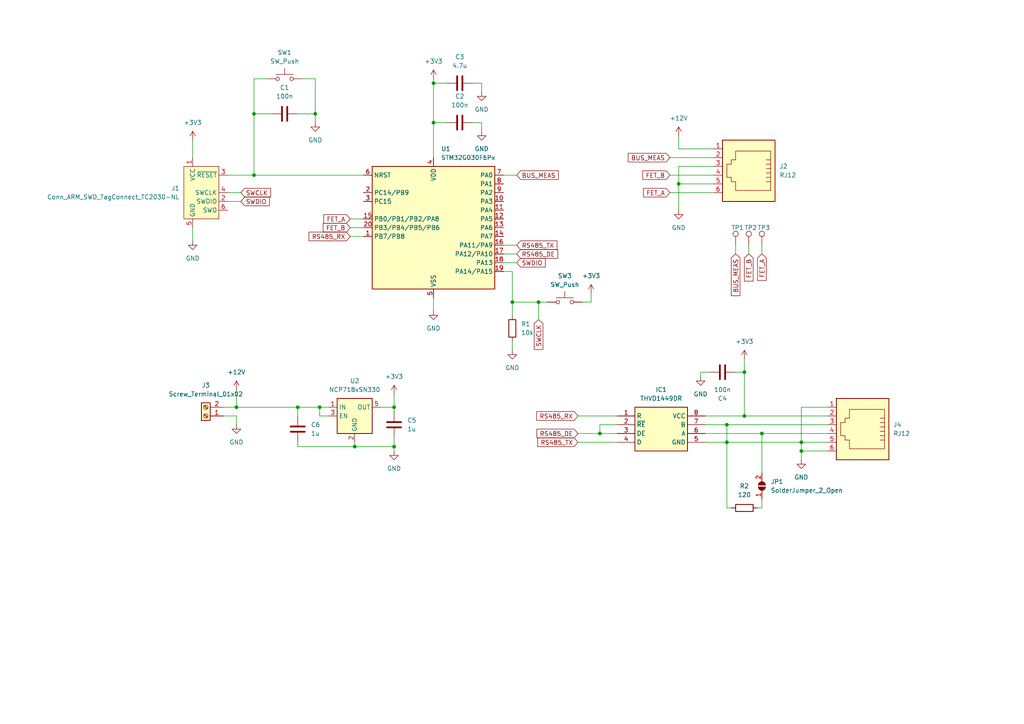
<source format=kicad_sch>
(kicad_sch (version 20230121) (generator eeschema)
  (paper "A4")
  (lib_symbols
    (symbol "Connector:Conn_ARM_SWD_TagConnect_TC2030-NL" (in_bom no)
      (property "Reference" "J" (at 2.54 11.43 0))
      (property "Value" "Conn_ARM_SWD_TagConnect_TC2030-NL" (at 2.54 8.89 0))
      (symbol "Conn_ARM_SWD_TagConnect_TC2030-NL_0_0"
        (pin power_in line (at -2.54 10.16 270) (length 2.54) (name "VCC") (number "1"))
        (pin bidirectional line (at 7.62 -2.54 180) (length 2.54) (name "SWDIO") (number "2"))
        (pin open_collector line (at 7.62 5.08 180) (length 2.54) (name "~{RESET}") (number "3"))
        (pin output line (at 7.62 0 180) (length 2.54) (name "SWCLK") (number "4"))
        (pin power_in line (at -2.54 -10.16 90) (length 2.54) (name "GND") (number "5"))
        (pin input line (at 7.62 -5.08 180) (length 2.54) (name "SWO") (number "6"))
      )
      (symbol "Conn_ARM_SWD_TagConnect_TC2030-NL_0_1"
        (rectangle (start -5.08 7.62) (end 5.08 -7.62) (fill (type background)))
      )
    )
    (symbol "Connector:RJ12" (pin_names (offset 1.016))
      (property "Reference" "J" (at -5.08 11.43 0))
      (property "Value" "RJ12" (at 2.54 11.43 0))
      (symbol "RJ12_0_1"
        (polyline (pts (xy -6.35 -1.905) (xy -5.08 -1.905) (xy -5.08 -1.905)))
        (polyline (pts (xy -6.35 -0.635) (xy -5.08 -0.635) (xy -5.08 -0.635)))
        (polyline (pts (xy -6.35 0.635) (xy -5.08 0.635) (xy -5.08 0.635)))
        (polyline (pts (xy -6.35 1.905) (xy -5.08 1.905) (xy -5.08 1.905)))
        (polyline (pts (xy -6.35 3.175) (xy -5.08 3.175) (xy -5.08 3.175)))
        (polyline (pts (xy -5.08 4.445) (xy -6.35 4.445) (xy -6.35 4.445)))
        (polyline (pts (xy -6.35 -4.445) (xy -6.35 6.985) (xy 3.81 6.985) (xy 3.81 4.445) (xy 5.08 4.445) (xy 5.08 3.175) (xy 6.35 3.175) (xy 6.35 -0.635) (xy 5.08 -0.635) (xy 5.08 -1.905) (xy 3.81 -1.905) (xy 3.81 -4.445) (xy -6.35 -4.445) (xy -6.35 -4.445)))
        (rectangle (start 7.62 10.16) (end -7.62 -7.62) (stroke (width 0.254)) (fill (type background)))
      )
      (symbol "RJ12_1_1"
        (pin passive line (at 10.16 -5.08 180) (length 2.54) (name "~") (number "1"))
        (pin passive line (at 10.16 -2.54 180) (length 2.54) (name "~") (number "2"))
        (pin passive line (at 10.16 0 180) (length 2.54) (name "~") (number "3"))
        (pin passive line (at 10.16 2.54 180) (length 2.54) (name "~") (number "4"))
        (pin passive line (at 10.16 5.08 180) (length 2.54) (name "~") (number "5"))
        (pin passive line (at 10.16 7.62 180) (length 2.54) (name "~") (number "6"))
      )
    )
    (symbol "Connector:Screw_Terminal_01x02" (pin_names (offset 1.016) hide)
      (property "Reference" "J" (at 0 2.54 0))
      (property "Value" "Screw_Terminal_01x02" (at 0 -5.08 0))
      (symbol "Screw_Terminal_01x02_1_1"
        (rectangle (start -1.27 1.27) (end 1.27 -3.81) (stroke (width 0.254)) (fill (type background)))
        (circle (center 0 -2.54) (radius 0.635) (stroke (width 0.1524)))
        (polyline (pts (xy -0.5334 -2.2098) (xy 0.3302 -3.048)) (stroke (width 0.1524)))
        (polyline (pts (xy -0.5334 0.3302) (xy 0.3302 -0.508)) (stroke (width 0.1524)))
        (polyline (pts (xy -0.3556 -2.032) (xy 0.508 -2.8702)) (stroke (width 0.1524)))
        (polyline (pts (xy -0.3556 0.508) (xy 0.508 -0.3302)) (stroke (width 0.1524)))
        (circle (center 0 0) (radius 0.635) (stroke (width 0.1524)))
        (pin passive line (at -5.08 0 0) (length 3.81) (name "Pin_1") (number "1"))
        (pin passive line (at -5.08 -2.54 0) (length 3.81) (name "Pin_2") (number "2"))
      )
    )
    (symbol "Connector:TestPoint" (pin_numbers hide) (pin_names (offset 0.762) hide)
      (property "Reference" "TP" (at 0 6.858 0))
      (property "Value" "TestPoint" (at 0 5.08 0))
      (symbol "TestPoint_0_1"
        (circle (center 0 3.302) (radius 0.762))
      )
      (symbol "TestPoint_1_1"
        (pin passive line (at 0 0 90) (length 2.54) (name "1") (number "1"))
      )
    )
    (symbol "Device:C" (pin_numbers hide) (pin_names (offset 0.254))
      (property "Reference" "C" (at 0.635 2.54 0))
      (property "Value" "C" (at 0.635 -2.54 0))
      (symbol "C_0_1"
        (polyline (pts (xy -2.032 -0.762) (xy 2.032 -0.762)) (stroke (width 0.508)))
        (polyline (pts (xy -2.032 0.762) (xy 2.032 0.762)) (stroke (width 0.508)))
      )
      (symbol "C_1_1"
        (pin passive line (at 0 3.81 270) (length 2.794) (name "~") (number "1"))
        (pin passive line (at 0 -3.81 90) (length 2.794) (name "~") (number "2"))
      )
    )
    (symbol "Device:R" (pin_numbers hide) (pin_names (offset 0))
      (property "Reference" "R" (at 2.032 0 90))
      (property "Value" "R" (at 0 0 90))
      (symbol "R_0_1"
        (rectangle (start -1.016 -2.54) (end 1.016 2.54) (stroke (width 0.254)))
      )
      (symbol "R_1_1"
        (pin passive line (at 0 3.81 270) (length 1.27) (name "~") (number "1"))
        (pin passive line (at 0 -3.81 90) (length 1.27) (name "~") (number "2"))
      )
    )
    (symbol "Jumper:SolderJumper_2_Open" (pin_names (offset 0) hide)
      (property "Reference" "JP" (at 0 2.032 0))
      (property "Value" "SolderJumper_2_Open" (at 0 -2.54 0))
      (symbol "SolderJumper_2_Open_0_1"
        (arc (start -0.254 1.016) (mid -1.2656 0) (end -0.254 -1.016))
        (arc (start -0.254 1.016) (mid -1.2656 0) (end -0.254 -1.016) (fill (type outline)))
        (polyline (pts (xy -0.254 1.016) (xy -0.254 -1.016)))
        (polyline (pts (xy 0.254 1.016) (xy 0.254 -1.016)))
        (arc (start 0.254 -1.016) (mid 1.2656 0) (end 0.254 1.016))
        (arc (start 0.254 -1.016) (mid 1.2656 0) (end 0.254 1.016) (fill (type outline)))
      )
      (symbol "SolderJumper_2_Open_1_1"
        (pin passive line (at -3.81 0 0) (length 2.54) (name "A") (number "1"))
        (pin passive line (at 3.81 0 180) (length 2.54) (name "B") (number "2"))
      )
    )
    (symbol "MCU_ST_STM32G0:STM32G030F6Px"
      (property "Reference" "U" (at -17.78 19.05 0))
      (property "Value" "STM32G030F6Px" (at 2.54 19.05 0))
      (symbol "STM32G030F6Px_0_1"
        (rectangle (start -17.78 -17.78) (end 17.78 17.78) (stroke (width 0.254)) (fill (type background)))
      )
      (symbol "STM32G030F6Px_1_1"
        (pin bidirectional line (at -20.32 -2.54 0) (length 2.54) (name "PB7/PB8") (number "1"))
        (pin bidirectional line (at 20.32 7.62 180) (length 2.54) (name "PA3") (number "10"))
        (pin bidirectional line (at 20.32 5.08 180) (length 2.54) (name "PA4") (number "11"))
        (pin bidirectional line (at 20.32 2.54 180) (length 2.54) (name "PA5") (number "12"))
        (pin bidirectional line (at 20.32 0 180) (length 2.54) (name "PA6") (number "13"))
        (pin bidirectional line (at 20.32 -2.54 180) (length 2.54) (name "PA7") (number "14"))
        (pin bidirectional line (at -20.32 2.54 0) (length 2.54) (name "PB0/PB1/PB2/PA8") (number "15"))
        (pin bidirectional line (at 20.32 -5.08 180) (length 2.54) (name "PA11/PA9") (number "16"))
        (pin bidirectional line (at 20.32 -7.62 180) (length 2.54) (name "PA12/PA10") (number "17"))
        (pin bidirectional line (at 20.32 -10.16 180) (length 2.54) (name "PA13") (number "18"))
        (pin bidirectional line (at 20.32 -12.7 180) (length 2.54) (name "PA14/PA15") (number "19"))
        (pin bidirectional line (at -20.32 10.16 0) (length 2.54) (name "PC14/PB9") (number "2"))
        (pin bidirectional line (at -20.32 0 0) (length 2.54) (name "PB3/PB4/PB5/PB6") (number "20"))
        (pin bidirectional line (at -20.32 7.62 0) (length 2.54) (name "PC15") (number "3"))
        (pin power_in line (at 0 20.32 270) (length 2.54) (name "VDD") (number "4"))
        (pin power_in line (at 0 -20.32 90) (length 2.54) (name "VSS") (number "5"))
        (pin input line (at -20.32 15.24 0) (length 2.54) (name "NRST") (number "6"))
        (pin bidirectional line (at 20.32 15.24 180) (length 2.54) (name "PA0") (number "7"))
        (pin bidirectional line (at 20.32 12.7 180) (length 2.54) (name "PA1") (number "8"))
        (pin bidirectional line (at 20.32 10.16 180) (length 2.54) (name "PA2") (number "9"))
      )
    )
    (symbol "Regulator_Linear:NCP718xSN330"
      (property "Reference" "U" (at -3.81 6.35 0))
      (property "Value" "NCP718xSN330" (at 6.35 6.35 0))
      (symbol "NCP718xSN330_0_1"
        (rectangle (start -5.08 -5.08) (end 5.08 5.08) (stroke (width 0.254)) (fill (type background)))
        (pin power_in line (at -7.62 2.54 0) (length 2.54) (name "IN") (number "1"))
        (pin power_in line (at 0 -7.62 90) (length 2.54) (name "GND") (number "2"))
        (pin input line (at -7.62 0 0) (length 2.54) (name "EN") (number "3"))
        (pin no_connect line (at 5.08 0 180) (length 2.54) hide (name "NC") (number "4"))
        (pin power_out line (at 7.62 2.54 180) (length 2.54) (name "OUT") (number "5"))
      )
    )
    (symbol "Switch:SW_Push" (pin_numbers hide) (pin_names (offset 1.016) hide)
      (property "Reference" "SW" (at 1.27 2.54 0))
      (property "Value" "SW_Push" (at 0 -1.524 0))
      (symbol "SW_Push_0_1"
        (circle (center -2.032 0) (radius 0.508))
        (polyline (pts (xy 0 1.27) (xy 0 3.048)))
        (polyline (pts (xy 2.54 1.27) (xy -2.54 1.27)))
        (circle (center 2.032 0) (radius 0.508))
        (pin passive line (at -5.08 0 0) (length 2.54) (name "1") (number "1"))
        (pin passive line (at 5.08 0 180) (length 2.54) (name "2") (number "2"))
      )
    )
    (symbol "custom:THVD1449DR"
      (property "Reference" "IC" (at 21.59 7.62 0))
      (property "Value" "THVD1449DR" (at 21.59 5.08 0))
      (symbol "THVD1449DR_1_1"
        (rectangle (start 5.08 2.54) (end 20.32 -10.16) (stroke (width 0.254)) (fill (type background)))
        (pin passive line (at 0 0 0) (length 5.08) (name "R") (number "1"))
        (pin passive line (at 0 -2.54 0) (length 5.08) (name "~{RE}") (number "2"))
        (pin passive line (at 0 -5.08 0) (length 5.08) (name "DE") (number "3"))
        (pin passive line (at 0 -7.62 0) (length 5.08) (name "D") (number "4"))
        (pin passive line (at 25.4 -7.62 180) (length 5.08) (name "GND") (number "5"))
        (pin passive line (at 25.4 -5.08 180) (length 5.08) (name "A") (number "6"))
        (pin passive line (at 25.4 -2.54 180) (length 5.08) (name "B") (number "7"))
        (pin passive line (at 25.4 0 180) (length 5.08) (name "VCC") (number "8"))
      )
    )
    (symbol "power:+12V" (power) (pin_names (offset 0))
      (property "Value" "+12V" (at 0 3.556 0))
      (symbol "+12V_0_1"
        (polyline (pts (xy -0.762 1.27) (xy 0 2.54)))
        (polyline (pts (xy 0 0) (xy 0 2.54)))
        (polyline (pts (xy 0 2.54) (xy 0.762 1.27)))
      )
      (symbol "+12V_1_1"
        (pin power_in line (at 0 0 90) (length 0) hide (name "+12V") (number "1"))
      )
    )
    (symbol "power:+3V3" (power) (pin_names (offset 0))
      (property "Value" "+3V3" (at 0 3.556 0))
      (symbol "+3V3_0_1"
        (polyline (pts (xy -0.762 1.27) (xy 0 2.54)))
        (polyline (pts (xy 0 0) (xy 0 2.54)))
        (polyline (pts (xy 0 2.54) (xy 0.762 1.27)))
      )
      (symbol "+3V3_1_1"
        (pin power_in line (at 0 0 90) (length 0) hide (name "+3V3") (number "1"))
      )
    )
    (symbol "power:GND" (power) (pin_names (offset 0))
      (property "Value" "GND" (at 0 -3.81 0))
      (symbol "GND_0_1"
        (polyline (pts (xy 0 0) (xy 0 -1.27) (xy 1.27 -1.27) (xy 0 -2.54) (xy -1.27 -1.27) (xy 0 -1.27)))
      )
      (symbol "GND_1_1"
        (pin power_in line (at 0 0 270) (length 0) hide (name "GND") (number "1"))
      )
    )
  )
  (junction (at 210.82 123.19))
  (junction (at 196.85 53.34))
  (junction (at 148.59 87.63))
  (junction (at 125.73 24.13))
  (junction (at 68.58 118.11))
  (junction (at 73.66 33.02))
  (junction (at 114.3 129.54))
  (junction (at 156.21 87.63))
  (junction (at 125.73 35.56))
  (junction (at 215.9 120.65))
  (junction (at 73.66 50.8))
  (junction (at 114.3 118.11))
  (junction (at 215.9 107.95))
  (junction (at 86.36 118.11))
  (junction (at 102.87 129.54))
  (junction (at 173.99 125.73))
  (junction (at 220.98 125.73))
  (junction (at 210.82 128.27))
  (junction (at 92.71 118.11))
  (junction (at 232.41 128.27))
  (junction (at 232.41 130.81))
  (junction (at 91.44 33.02))
  (wire (pts (xy 213.36 71.12) (xy 213.36 73.66)))
  (wire (pts (xy 210.82 128.27) (xy 210.82 123.19)))
  (wire (pts (xy 114.3 129.54) (xy 114.3 130.81)))
  (wire (pts (xy 215.9 104.14) (xy 215.9 107.95)))
  (wire (pts (xy 173.99 125.73) (xy 179.07 125.73)))
  (wire (pts (xy 167.64 125.73) (xy 173.99 125.73)))
  (wire (pts (xy 196.85 43.18) (xy 196.85 39.37)))
  (wire (pts (xy 92.71 118.11) (xy 86.36 118.11)))
  (wire (pts (xy 148.59 78.74) (xy 146.05 78.74)))
  (wire (pts (xy 219.71 147.32) (xy 220.98 147.32)))
  (wire (pts (xy 91.44 22.86) (xy 91.44 33.02)))
  (wire (pts (xy 215.9 107.95) (xy 215.9 120.65)))
  (wire (pts (xy 139.7 24.13) (xy 137.16 24.13)))
  (wire (pts (xy 86.36 129.54) (xy 102.87 129.54)))
  (wire (pts (xy 204.47 125.73) (xy 220.98 125.73)))
  (wire (pts (xy 125.73 24.13) (xy 125.73 35.56)))
  (wire (pts (xy 148.59 99.06) (xy 148.59 101.6)))
  (wire (pts (xy 179.07 123.19) (xy 173.99 123.19)))
  (wire (pts (xy 55.88 40.64) (xy 55.88 45.72)))
  (wire (pts (xy 66.04 58.42) (xy 69.85 58.42)))
  (wire (pts (xy 146.05 71.12) (xy 149.86 71.12)))
  (wire (pts (xy 87.63 22.86) (xy 91.44 22.86)))
  (wire (pts (xy 240.03 118.11) (xy 232.41 118.11)))
  (wire (pts (xy 95.25 118.11) (xy 92.71 118.11)))
  (wire (pts (xy 168.91 87.63) (xy 171.45 87.63)))
  (wire (pts (xy 203.2 107.95) (xy 203.2 109.22)))
  (wire (pts (xy 210.82 128.27) (xy 210.82 147.32)))
  (wire (pts (xy 139.7 38.1) (xy 139.7 35.56)))
  (wire (pts (xy 194.31 55.88) (xy 207.01 55.88)))
  (wire (pts (xy 196.85 48.26) (xy 196.85 53.34)))
  (wire (pts (xy 205.74 107.95) (xy 203.2 107.95)))
  (wire (pts (xy 204.47 128.27) (xy 210.82 128.27)))
  (wire (pts (xy 196.85 53.34) (xy 196.85 60.96)))
  (wire (pts (xy 146.05 50.8) (xy 149.86 50.8)))
  (wire (pts (xy 110.49 118.11) (xy 114.3 118.11)))
  (wire (pts (xy 148.59 87.63) (xy 148.59 91.44)))
  (wire (pts (xy 66.04 55.88) (xy 69.85 55.88)))
  (wire (pts (xy 73.66 33.02) (xy 73.66 50.8)))
  (wire (pts (xy 73.66 33.02) (xy 78.74 33.02)))
  (wire (pts (xy 207.01 43.18) (xy 196.85 43.18)))
  (wire (pts (xy 68.58 113.03) (xy 68.58 118.11)))
  (wire (pts (xy 232.41 128.27) (xy 232.41 130.81)))
  (wire (pts (xy 55.88 66.04) (xy 55.88 69.85)))
  (wire (pts (xy 148.59 87.63) (xy 148.59 78.74)))
  (wire (pts (xy 92.71 118.11) (xy 92.71 120.65)))
  (wire (pts (xy 220.98 125.73) (xy 240.03 125.73)))
  (wire (pts (xy 156.21 87.63) (xy 156.21 92.71)))
  (wire (pts (xy 220.98 125.73) (xy 220.98 137.16)))
  (wire (pts (xy 102.87 129.54) (xy 114.3 129.54)))
  (wire (pts (xy 64.77 118.11) (xy 68.58 118.11)))
  (wire (pts (xy 101.6 63.5) (xy 105.41 63.5)))
  (wire (pts (xy 204.47 123.19) (xy 210.82 123.19)))
  (wire (pts (xy 114.3 118.11) (xy 114.3 119.38)))
  (wire (pts (xy 73.66 22.86) (xy 73.66 33.02)))
  (wire (pts (xy 125.73 35.56) (xy 125.73 45.72)))
  (wire (pts (xy 215.9 107.95) (xy 213.36 107.95)))
  (wire (pts (xy 86.36 118.11) (xy 86.36 120.65)))
  (wire (pts (xy 194.31 50.8) (xy 207.01 50.8)))
  (wire (pts (xy 232.41 128.27) (xy 240.03 128.27)))
  (wire (pts (xy 232.41 130.81) (xy 232.41 133.35)))
  (wire (pts (xy 156.21 87.63) (xy 158.75 87.63)))
  (wire (pts (xy 220.98 71.12) (xy 220.98 73.66)))
  (wire (pts (xy 91.44 33.02) (xy 91.44 35.56)))
  (wire (pts (xy 125.73 22.86) (xy 125.73 24.13)))
  (wire (pts (xy 68.58 120.65) (xy 68.58 123.19)))
  (wire (pts (xy 204.47 120.65) (xy 215.9 120.65)))
  (wire (pts (xy 125.73 86.36) (xy 125.73 90.17)))
  (wire (pts (xy 102.87 128.27) (xy 102.87 129.54)))
  (wire (pts (xy 114.3 114.3) (xy 114.3 118.11)))
  (wire (pts (xy 196.85 53.34) (xy 207.01 53.34)))
  (wire (pts (xy 114.3 127) (xy 114.3 129.54)))
  (wire (pts (xy 171.45 85.09) (xy 171.45 87.63)))
  (wire (pts (xy 101.6 68.58) (xy 105.41 68.58)))
  (wire (pts (xy 194.31 45.72) (xy 207.01 45.72)))
  (wire (pts (xy 207.01 48.26) (xy 196.85 48.26)))
  (wire (pts (xy 217.17 71.12) (xy 217.17 73.66)))
  (wire (pts (xy 167.64 128.27) (xy 179.07 128.27)))
  (wire (pts (xy 210.82 128.27) (xy 232.41 128.27)))
  (wire (pts (xy 139.7 26.67) (xy 139.7 24.13)))
  (wire (pts (xy 146.05 73.66) (xy 149.86 73.66)))
  (wire (pts (xy 210.82 123.19) (xy 240.03 123.19)))
  (wire (pts (xy 101.6 66.04) (xy 105.41 66.04)))
  (wire (pts (xy 77.47 22.86) (xy 73.66 22.86)))
  (wire (pts (xy 215.9 120.65) (xy 240.03 120.65)))
  (wire (pts (xy 146.05 76.2) (xy 149.86 76.2)))
  (wire (pts (xy 148.59 87.63) (xy 156.21 87.63)))
  (wire (pts (xy 173.99 123.19) (xy 173.99 125.73)))
  (wire (pts (xy 86.36 128.27) (xy 86.36 129.54)))
  (wire (pts (xy 220.98 144.78) (xy 220.98 147.32)))
  (wire (pts (xy 125.73 35.56) (xy 129.54 35.56)))
  (wire (pts (xy 73.66 50.8) (xy 105.41 50.8)))
  (wire (pts (xy 66.04 50.8) (xy 73.66 50.8)))
  (wire (pts (xy 68.58 118.11) (xy 86.36 118.11)))
  (wire (pts (xy 95.25 120.65) (xy 92.71 120.65)))
  (wire (pts (xy 86.36 33.02) (xy 91.44 33.02)))
  (wire (pts (xy 212.09 147.32) (xy 210.82 147.32)))
  (wire (pts (xy 139.7 35.56) (xy 137.16 35.56)))
  (wire (pts (xy 64.77 120.65) (xy 68.58 120.65)))
  (wire (pts (xy 232.41 118.11) (xy 232.41 128.27)))
  (wire (pts (xy 167.64 120.65) (xy 179.07 120.65)))
  (wire (pts (xy 232.41 130.81) (xy 240.03 130.81)))
  (wire (pts (xy 125.73 24.13) (xy 129.54 24.13)))
  (global_label "SWDIO" (shape input) (at 149.86 76.2 0) (property "Intersheetrefs" "${INTERSHEET_REFS}" (effects hide)))
  (global_label "RS485_TX" (shape input) (at 149.86 71.12 0) (property "Intersheetrefs" "${INTERSHEET_REFS}" (effects hide)))
  (global_label "BUS_MEAS" (shape input) (at 213.36 73.66 270) (property "Intersheetrefs" "${INTERSHEET_REFS}" (effects hide)))
  (global_label "SWCLK" (shape input) (at 156.21 92.71 270) (property "Intersheetrefs" "${INTERSHEET_REFS}" (effects hide)))
  (global_label "FET_A" (shape input) (at 101.6 63.5 180) (property "Intersheetrefs" "${INTERSHEET_REFS}" (effects hide)))
  (global_label "FET_B" (shape input) (at 194.31 50.8 180) (property "Intersheetrefs" "${INTERSHEET_REFS}" (effects hide)))
  (global_label "BUS_MEAS" (shape input) (at 194.31 45.72 180) (property "Intersheetrefs" "${INTERSHEET_REFS}" (effects hide)))
  (global_label "RS485_DE" (shape input) (at 149.86 73.66 0) (property "Intersheetrefs" "${INTERSHEET_REFS}" (effects hide)))
  (global_label "FET_B" (shape input) (at 217.17 73.66 270) (property "Intersheetrefs" "${INTERSHEET_REFS}" (effects hide)))
  (global_label "FET_A" (shape input) (at 220.98 73.66 270) (property "Intersheetrefs" "${INTERSHEET_REFS}" (effects hide)))
  (global_label "SWCLK" (shape input) (at 69.85 55.88 0) (property "Intersheetrefs" "${INTERSHEET_REFS}" (effects hide)))
  (global_label "FET_B" (shape input) (at 101.6 66.04 180) (property "Intersheetrefs" "${INTERSHEET_REFS}" (effects hide)))
  (global_label "RS485_TX" (shape input) (at 167.64 128.27 180) (property "Intersheetrefs" "${INTERSHEET_REFS}" (effects hide)))
  (global_label "RS485_RX" (shape input) (at 101.6 68.58 180) (property "Intersheetrefs" "${INTERSHEET_REFS}" (effects hide)))
  (global_label "BUS_MEAS" (shape input) (at 149.86 50.8 0) (property "Intersheetrefs" "${INTERSHEET_REFS}" (effects hide)))
  (global_label "SWDIO" (shape input) (at 69.85 58.42 0) (property "Intersheetrefs" "${INTERSHEET_REFS}" (effects hide)))
  (global_label "RS485_RX" (shape input) (at 167.64 120.65 180) (property "Intersheetrefs" "${INTERSHEET_REFS}" (effects hide)))
  (global_label "RS485_DE" (shape input) (at 167.64 125.73 180) (property "Intersheetrefs" "${INTERSHEET_REFS}" (effects hide)))
  (global_label "FET_A" (shape input) (at 194.31 55.88 180) (property "Intersheetrefs" "${INTERSHEET_REFS}" (effects hide)))
  (symbol (lib_id "custom:THVD1449DR") (at 179.07 120.65 0) (unit 1)
    (property "Reference" "IC1" (at 191.77 113.03 0))
    (property "Value" "THVD1449DR" (at 191.77 115.57 0))
    (property "Footprint" "Package_SO:SOIC-8_3.9x4.9mm_P1.27mm" (effects hide))
    (property "Datasheet" "https://www.ti.com.cn/cn/lit/ds/symlink/thvd1449.pdf?ts=1647568007054&ref_url=https%253A%252F%252Fwww.ti.com.cn%252Fproduct%252Fcn%252FTHVD1449" (effects hide))
    (property "Height" "1.75" (effects hide))
    (property "Mouser Part Number" "595-THVD1449DR" (effects hide))
    (property "Mouser Price/Stock" "https://www.mouser.co.uk/ProductDetail/Texas-Instruments/THVD1449DR?qs=doiCPypUmgHdnCYmh3JL1A%3D%3D" (effects hide))
    (property "Manufacturer_Name" "Texas Instruments" (effects hide))
    (property "Manufacturer_Part_Number" "THVD1449DR" (effects hide))
  )
  (symbol (lib_id "Jumper:SolderJumper_2_Open") (at 220.98 140.97 90) (unit 1)
    (property "Reference" "JP1" (at 223.52 139.7 90) (effects (justify right)))
    (property "Value" "SolderJumper_2_Open" (at 223.52 142.24 90) (effects (justify right)))
    (property "Footprint" "Jumper:SolderJumper-2_P1.3mm_Open_TrianglePad1.0x1.5mm" (effects hide))
  )
  (symbol (lib_id "Connector:RJ12") (at 250.19 123.19 180) (unit 1)
    (property "Reference" "J4" (at 259.08 123.19 0) (effects (justify right)))
    (property "Value" "RJ12" (at 259.08 125.73 0) (effects (justify right)))
    (property "Footprint" "Connector_RJ:RJ12_Amphenol_54601" (effects hide))
    (property "Datasheet" "https://cdn.amphenol-cs.com/media/wysiwyg/files/documentation/datasheet/inputoutput/io_modularjack.pdf" (effects hide))
    (property "MPN" "54601-906WPLF " (effects hide))
  )
  (symbol (lib_id "Device:C") (at 86.36 124.46 0) (unit 1)
    (property "Reference" "C6" (at 90.17 123.19 0) (effects (justify left)))
    (property "Value" "1u" (at 90.17 125.73 0) (effects (justify left)))
    (property "Footprint" "Capacitor_SMD:C_0805_2012Metric" (effects hide))
  )
  (symbol (lib_id "power:GND") (at 68.58 123.19 0) (unit 1)
    (property "Reference" "#PWR015" (effects hide))
    (property "Value" "GND" (at 68.58 128.27 0))
  )
  (symbol (lib_id "power:GND") (at 114.3 130.81 0) (unit 1)
    (property "Reference" "#PWR018" (effects hide))
    (property "Value" "GND" (at 114.3 135.89 0))
  )
  (symbol (lib_id "power:+3V3") (at 125.73 22.86 0) (unit 1)
    (property "Reference" "#PWR06" (effects hide))
    (property "Value" "+3V3" (at 125.73 17.78 0))
  )
  (symbol (lib_id "power:+3V3") (at 55.88 40.64 0) (unit 1)
    (property "Reference" "#PWR07" (effects hide))
    (property "Value" "+3V3" (at 55.88 35.56 0))
  )
  (symbol (lib_id "power:+3V3") (at 114.3 114.3 0) (unit 1)
    (property "Reference" "#PWR017" (effects hide))
    (property "Value" "+3V3" (at 114.3 109.22 0))
  )
  (symbol (lib_id "Connector:TestPoint") (at 213.36 71.12 0) (unit 1)
    (property "Reference" "TP1" (at 212.09 66.04 0) (effects (justify left)))
    (property "Value" "TestPoint" (effects hide))
  )
  (symbol (lib_id "MCU_ST_STM32G0:STM32G030F6Px") (at 125.73 66.04 0) (unit 1)
    (property "Reference" "U1" (at 127.9241 43.18 0) (effects (justify left)))
    (property "Value" "STM32G030F6Px" (at 127.9241 45.72 0) (effects (justify left)))
    (property "Footprint" "Package_SO:TSSOP-20_4.4x6.5mm_P0.65mm" (effects hide))
    (property "Datasheet" "https://www.st.com/resource/en/datasheet/stm32g030f6.pdf" (effects hide))
  )
  (symbol (lib_id "Switch:SW_Push") (at 163.83 87.63 0) (unit 1)
    (property "Reference" "SW3" (at 163.83 80.01 0))
    (property "Value" "SW_Push" (at 163.83 82.55 0))
    (property "Footprint" "Button_Switch_THT:SW_PUSH_6mm" (effects hide))
    (property "Datasheet" "https://nl.mouser.com/datasheet/2/670/ts02-2586188.pdf" (effects hide))
    (property "MPN" "TS02-66-60-BK-160-SCR-D" (effects hide))
  )
  (symbol (lib_id "power:GND") (at 196.85 60.96 0) (unit 1)
    (property "Reference" "#PWR011" (effects hide))
    (property "Value" "GND" (at 196.85 66.04 0))
  )
  (symbol (lib_id "power:+12V") (at 196.85 39.37 0) (unit 1)
    (property "Reference" "#PWR010" (effects hide))
    (property "Value" "+12V" (at 196.85 34.29 0))
  )
  (symbol (lib_id "power:+3V3") (at 215.9 104.14 0) (unit 1)
    (property "Reference" "#PWR012" (effects hide))
    (property "Value" "+3V3" (at 215.9 99.06 0))
  )
  (symbol (lib_id "Connector:RJ12") (at 217.17 48.26 180) (unit 1)
    (property "Reference" "J2" (at 226.06 48.26 0) (effects (justify right)))
    (property "Value" "RJ12" (at 226.06 50.8 0) (effects (justify right)))
    (property "Footprint" "Connector_RJ:RJ12_Amphenol_54601" (effects hide))
    (property "Datasheet" "https://cdn.amphenol-cs.com/media/wysiwyg/files/documentation/datasheet/inputoutput/io_modularjack.pdf" (effects hide))
    (property "MPN" "54601-906WPLF " (effects hide))
  )
  (symbol (lib_id "Device:C") (at 209.55 107.95 90) (unit 1)
    (property "Reference" "C4" (at 209.55 115.57 90))
    (property "Value" "100n" (at 209.55 113.03 90))
    (property "Footprint" "Capacitor_SMD:C_0805_2012Metric" (effects hide))
  )
  (symbol (lib_id "power:GND") (at 91.44 35.56 0) (unit 1)
    (property "Reference" "#PWR03" (effects hide))
    (property "Value" "GND" (at 91.44 40.64 0))
  )
  (symbol (lib_id "power:GND") (at 139.7 38.1 0) (unit 1)
    (property "Reference" "#PWR09" (effects hide))
    (property "Value" "GND" (at 139.7 43.18 0))
  )
  (symbol (lib_id "Connector:Screw_Terminal_01x02") (at 59.69 120.65 180) (unit 1)
    (property "Reference" "J3" (at 59.69 111.76 0))
    (property "Value" "Screw_Terminal_01x02" (at 59.69 114.3 0))
    (property "Footprint" "Connector_Phoenix_MSTB:PhoenixContact_MSTBVA_2,5_2-G_1x02_P5.00mm_Vertical" (effects hide))
    (property "Datasheet" "https://nl.mouser.com/datasheet/2/670/tb007_508-2306759.pdf" (effects hide))
    (property "MPN" "TB007-508-02BE " (effects hide))
  )
  (symbol (lib_id "power:+3V3") (at 171.45 85.09 0) (unit 1)
    (property "Reference" "#PWR05" (effects hide))
    (property "Value" "+3V3" (at 171.45 80.01 0))
  )
  (symbol (lib_id "Connector:Conn_ARM_SWD_TagConnect_TC2030-NL") (at 58.42 55.88 0) (unit 1) (in_bom no)
    (property "Reference" "J1" (at 52.07 54.61 0) (effects (justify right)))
    (property "Value" "Conn_ARM_SWD_TagConnect_TC2030-NL" (at 52.07 57.15 0) (effects (justify right)))
    (property "Footprint" "Connector:Tag-Connect_TC2030-IDC-NL_2x03_P1.27mm_Vertical" (effects hide))
    (property "Datasheet" "https://www.tag-connect.com/wp-content/uploads/bsk-pdf-manager/TC2030-CTX_1.pdf" (effects hide))
  )
  (symbol (lib_id "power:GND") (at 55.88 69.85 0) (unit 1)
    (property "Reference" "#PWR01" (effects hide))
    (property "Value" "GND" (at 55.88 74.93 0))
  )
  (symbol (lib_id "Connector:TestPoint") (at 217.17 71.12 0) (unit 1)
    (property "Reference" "TP2" (at 215.9 66.04 0) (effects (justify left)))
    (property "Value" "TestPoint" (effects hide))
  )
  (symbol (lib_id "Switch:SW_Push") (at 82.55 22.86 0) (unit 1)
    (property "Reference" "SW1" (at 82.55 15.24 0))
    (property "Value" "SW_Push" (at 82.55 17.78 0))
    (property "Footprint" "Button_Switch_THT:SW_PUSH_6mm" (effects hide))
    (property "Datasheet" "https://nl.mouser.com/datasheet/2/670/ts02-2586188.pdf" (effects hide))
    (property "MPN" "TS02-66-60-BK-160-SCR-D" (effects hide))
  )
  (symbol (lib_id "power:GND") (at 148.59 101.6 0) (unit 1)
    (property "Reference" "#PWR04" (effects hide))
    (property "Value" "GND" (at 148.59 106.68 0))
  )
  (symbol (lib_id "Device:R") (at 148.59 95.25 0) (unit 1)
    (property "Reference" "R1" (at 151.13 93.98 0) (effects (justify left)))
    (property "Value" "10k" (at 151.13 96.52 0) (effects (justify left)))
    (property "Footprint" "Resistor_SMD:R_0805_2012Metric" (effects hide))
  )
  (symbol (lib_id "Device:C") (at 114.3 123.19 0) (unit 1)
    (property "Reference" "C5" (at 118.11 121.92 0) (effects (justify left)))
    (property "Value" "1u" (at 118.11 124.46 0) (effects (justify left)))
    (property "Footprint" "Capacitor_SMD:C_0805_2012Metric" (effects hide))
  )
  (symbol (lib_id "Regulator_Linear:NCP718xSN330") (at 102.87 120.65 0) (unit 1)
    (property "Reference" "U2" (at 102.87 110.49 0))
    (property "Value" "NCP718xSN330" (at 102.87 113.03 0))
    (property "Footprint" "Package_TO_SOT_SMD:SOT-23-5" (effects hide))
    (property "Datasheet" "https://www.onsemi.com/pub/Collateral/NCP718-D.PDF" (effects hide))
  )
  (symbol (lib_id "Connector:TestPoint") (at 220.98 71.12 0) (unit 1)
    (property "Reference" "TP3" (at 219.71 66.04 0) (effects (justify left)))
    (property "Value" "TestPoint" (effects hide))
  )
  (symbol (lib_id "Device:C") (at 133.35 35.56 270) (unit 1)
    (property "Reference" "C2" (at 133.35 27.94 90))
    (property "Value" "100n" (at 133.35 30.48 90))
    (property "Footprint" "Capacitor_SMD:C_0805_2012Metric" (effects hide))
  )
  (symbol (lib_id "power:GND") (at 203.2 109.22 0) (unit 1)
    (property "Reference" "#PWR014" (effects hide))
    (property "Value" "GND" (at 203.2 114.3 0))
  )
  (symbol (lib_id "power:+12V") (at 68.58 113.03 0) (unit 1)
    (property "Reference" "#PWR016" (effects hide))
    (property "Value" "+12V" (at 68.58 107.95 0))
  )
  (symbol (lib_id "Device:R") (at 215.9 147.32 90) (unit 1)
    (property "Reference" "R2" (at 215.9 140.97 90))
    (property "Value" "120" (at 215.9 143.51 90))
    (property "Footprint" "Resistor_SMD:R_0805_2012Metric" (effects hide))
  )
  (symbol (lib_id "Device:C") (at 133.35 24.13 270) (unit 1)
    (property "Reference" "C3" (at 133.35 16.51 90))
    (property "Value" "4.7u" (at 133.35 19.05 90))
    (property "Footprint" "Capacitor_SMD:C_0805_2012Metric" (effects hide))
  )
  (symbol (lib_id "Device:C") (at 82.55 33.02 90) (unit 1)
    (property "Reference" "C1" (at 82.55 25.4 90))
    (property "Value" "100n" (at 82.55 27.94 90))
    (property "Footprint" "Capacitor_SMD:C_0805_2012Metric" (effects hide))
  )
  (symbol (lib_id "power:GND") (at 232.41 133.35 0) (unit 1)
    (property "Reference" "#PWR013" (effects hide))
    (property "Value" "GND" (at 232.41 138.43 0))
  )
  (symbol (lib_id "power:GND") (at 139.7 26.67 0) (unit 1)
    (property "Reference" "#PWR08" (effects hide))
    (property "Value" "GND" (at 139.7 31.75 0))
  )
  (symbol (lib_id "power:GND") (at 125.73 90.17 0) (unit 1)
    (property "Reference" "#PWR02" (effects hide))
    (property "Value" "GND" (at 125.73 95.25 0))
  )
)
</source>
